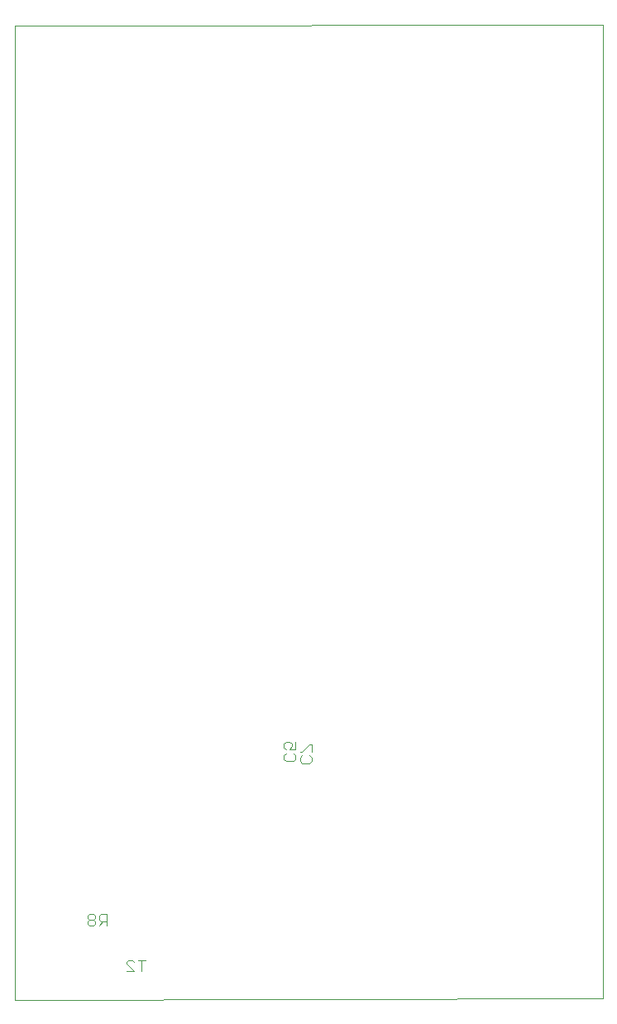
<source format=gbo>
G75*
%MOIN*%
%OFA0B0*%
%FSLAX25Y25*%
%IPPOS*%
%LPD*%
%AMOC8*
5,1,8,0,0,1.08239X$1,22.5*
%
%ADD10C,0.00000*%
%ADD11C,0.00400*%
D10*
X0001739Y0002810D02*
X0001739Y0395311D01*
X0238660Y0395811D01*
X0238660Y0003310D01*
X0001739Y0002810D01*
D11*
X0031933Y0032710D02*
X0031165Y0033478D01*
X0031165Y0034245D01*
X0031933Y0035012D01*
X0033467Y0035012D01*
X0034235Y0035780D01*
X0034235Y0036547D01*
X0033467Y0037314D01*
X0031933Y0037314D01*
X0031165Y0036547D01*
X0031165Y0035780D01*
X0031933Y0035012D01*
X0033467Y0035012D02*
X0034235Y0034245D01*
X0034235Y0033478D01*
X0033467Y0032710D01*
X0031933Y0032710D01*
X0035769Y0032710D02*
X0037304Y0034245D01*
X0036537Y0034245D02*
X0038839Y0034245D01*
X0038839Y0032710D02*
X0038839Y0037314D01*
X0036537Y0037314D01*
X0035769Y0036547D01*
X0035769Y0035012D01*
X0036537Y0034245D01*
X0047541Y0018814D02*
X0049075Y0018814D01*
X0049843Y0018047D01*
X0051377Y0018814D02*
X0054446Y0018814D01*
X0052912Y0018814D02*
X0052912Y0014210D01*
X0049843Y0014210D02*
X0046773Y0017280D01*
X0046773Y0018047D01*
X0047541Y0018814D01*
X0046773Y0014210D02*
X0049843Y0014210D01*
X0111031Y0098934D02*
X0110264Y0099701D01*
X0110264Y0101236D01*
X0111031Y0102003D01*
X0111031Y0103538D02*
X0110264Y0104305D01*
X0110264Y0105840D01*
X0111031Y0106607D01*
X0112566Y0106607D01*
X0113333Y0105840D01*
X0113333Y0105072D01*
X0112566Y0103538D01*
X0114868Y0103538D01*
X0114868Y0106607D01*
X0116764Y0102746D02*
X0117531Y0102746D01*
X0120600Y0105815D01*
X0121368Y0105815D01*
X0121368Y0102746D01*
X0120600Y0101211D02*
X0121368Y0100444D01*
X0121368Y0098909D01*
X0120600Y0098142D01*
X0117531Y0098142D01*
X0116764Y0098909D01*
X0116764Y0100444D01*
X0117531Y0101211D01*
X0114868Y0101236D02*
X0114868Y0099701D01*
X0114100Y0098934D01*
X0111031Y0098934D01*
X0114100Y0102003D02*
X0114868Y0101236D01*
M02*

</source>
